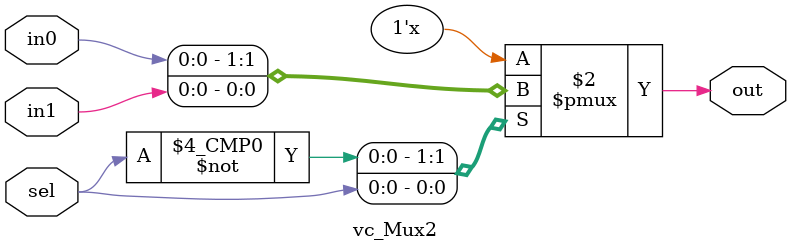
<source format=v>
module vc_Mux2
#(
  parameter p_nbits = 1
)(
  input      [p_nbits-1:0] in0, in1,
  input                    sel,
  output reg [p_nbits-1:0] out
);

  always @(*)
  begin
    case ( sel )
      1'd0 : out = in0;
      1'd1 : out = in1;
      default : out = {p_nbits{1'bx}};
    endcase
  end

endmodule


</source>
